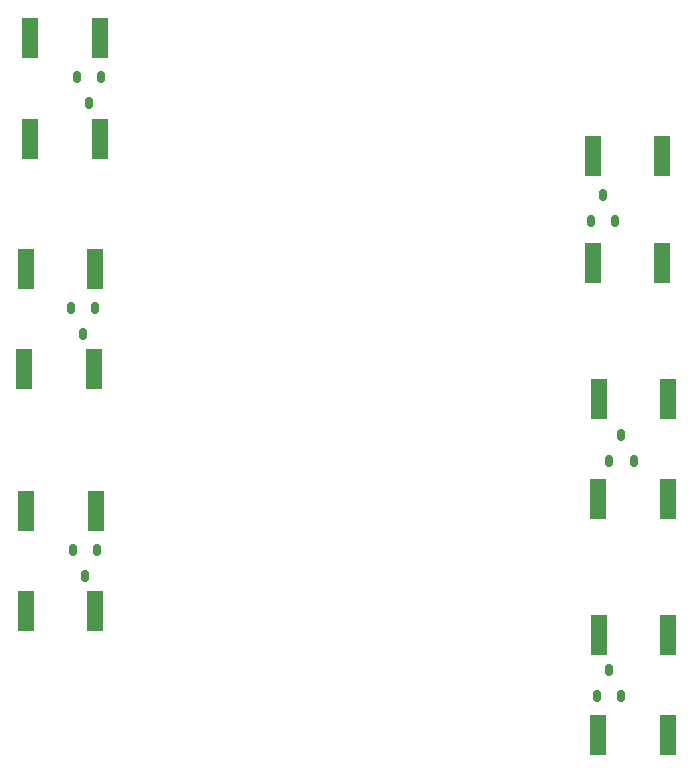
<source format=gbr>
%TF.GenerationSoftware,KiCad,Pcbnew,8.0.5*%
%TF.CreationDate,2024-12-06T09:36:11-05:00*%
%TF.ProjectId,Passive Cap Bank V1,50617373-6976-4652-9043-61702042616e,rev?*%
%TF.SameCoordinates,Original*%
%TF.FileFunction,Paste,Top*%
%TF.FilePolarity,Positive*%
%FSLAX46Y46*%
G04 Gerber Fmt 4.6, Leading zero omitted, Abs format (unit mm)*
G04 Created by KiCad (PCBNEW 8.0.5) date 2024-12-06 09:36:11*
%MOMM*%
%LPD*%
G01*
G04 APERTURE LIST*
G04 Aperture macros list*
%AMRoundRect*
0 Rectangle with rounded corners*
0 $1 Rounding radius*
0 $2 $3 $4 $5 $6 $7 $8 $9 X,Y pos of 4 corners*
0 Add a 4 corners polygon primitive as box body*
4,1,4,$2,$3,$4,$5,$6,$7,$8,$9,$2,$3,0*
0 Add four circle primitives for the rounded corners*
1,1,$1+$1,$2,$3*
1,1,$1+$1,$4,$5*
1,1,$1+$1,$6,$7*
1,1,$1+$1,$8,$9*
0 Add four rect primitives between the rounded corners*
20,1,$1+$1,$2,$3,$4,$5,0*
20,1,$1+$1,$4,$5,$6,$7,0*
20,1,$1+$1,$6,$7,$8,$9,0*
20,1,$1+$1,$8,$9,$2,$3,0*%
G04 Aperture macros list end*
%ADD10RoundRect,0.150000X-0.150000X0.350000X-0.150000X-0.350000X0.150000X-0.350000X0.150000X0.350000X0*%
%ADD11RoundRect,0.150000X0.150000X-0.350000X0.150000X0.350000X-0.150000X0.350000X-0.150000X-0.350000X0*%
%ADD12R,1.320800X3.454400*%
%ADD13R,1.330000X3.460000*%
G04 APERTURE END LIST*
D10*
%TO.C,Q3*%
X138142000Y-109307199D03*
X136082000Y-109307199D03*
X137112000Y-111507199D03*
%TD*%
D11*
%TO.C,Q5*%
X181520000Y-101807199D03*
X183580000Y-101807199D03*
X182550000Y-99607199D03*
%TD*%
D12*
%TO.C,R9*%
X180607200Y-104999999D03*
X186500000Y-104999999D03*
%TD*%
%TO.C,R5*%
X138058400Y-105999999D03*
X132165600Y-105999999D03*
%TD*%
%TO.C,R1*%
X138392800Y-65999999D03*
X132500000Y-65999999D03*
%TD*%
%TO.C,R11*%
X180107200Y-84999999D03*
X186000000Y-84999999D03*
%TD*%
D13*
%TO.C,R10*%
X186500000Y-96499999D03*
X180612000Y-96499999D03*
%TD*%
D11*
%TO.C,Q6*%
X179940000Y-81499999D03*
X182000000Y-81499999D03*
X180970000Y-79299999D03*
%TD*%
%TO.C,Q4*%
X180470000Y-121699999D03*
X182530000Y-121699999D03*
X181500000Y-119499999D03*
%TD*%
D10*
%TO.C,Q2*%
X138000000Y-88807199D03*
X135940000Y-88807199D03*
X136970000Y-91007199D03*
%TD*%
D12*
%TO.C,R3*%
X138000000Y-85499999D03*
X132107200Y-85499999D03*
%TD*%
D13*
%TO.C,R8*%
X186500000Y-116499999D03*
X180612000Y-116499999D03*
%TD*%
%TO.C,R12*%
X186000000Y-75999999D03*
X180112000Y-75999999D03*
%TD*%
D12*
%TO.C,R7*%
X180607200Y-124999999D03*
X186500000Y-124999999D03*
%TD*%
D13*
%TO.C,R2*%
X132500000Y-74499999D03*
X138388000Y-74499999D03*
%TD*%
%TO.C,R6*%
X132112000Y-114499999D03*
X138000000Y-114499999D03*
%TD*%
%TO.C,R4*%
X132000000Y-93999999D03*
X137888000Y-93999999D03*
%TD*%
D10*
%TO.C,Q1*%
X138530000Y-69299999D03*
X136470000Y-69299999D03*
X137500000Y-71499999D03*
%TD*%
M02*

</source>
